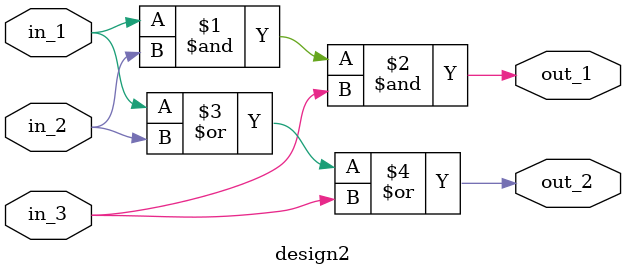
<source format=v>

module design2 (
    //Inputs
    input wire in_1,
    input wire in_2, 
    input wire in_3, 
    // outputs
    output wire out_1, 
    output wire out_2
);

// implement your design 

assign out_1 = in_1 & in_2 & in_3; 
assign out_2 = in_1 | in_2 | in_3; 

endmodule 

</source>
